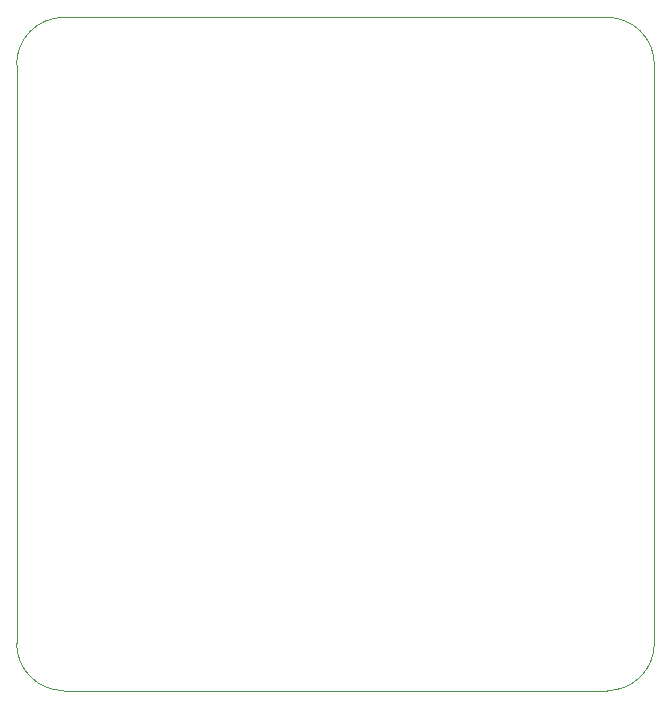
<source format=gm1>
%TF.GenerationSoftware,KiCad,Pcbnew,8.0.5*%
%TF.CreationDate,2024-10-23T08:25:34+02:00*%
%TF.ProjectId,Projet_torero,50726f6a-6574-45f7-946f-7265726f2e6b,rev?*%
%TF.SameCoordinates,Original*%
%TF.FileFunction,Profile,NP*%
%FSLAX46Y46*%
G04 Gerber Fmt 4.6, Leading zero omitted, Abs format (unit mm)*
G04 Created by KiCad (PCBNEW 8.0.5) date 2024-10-23 08:25:34*
%MOMM*%
%LPD*%
G01*
G04 APERTURE LIST*
%TA.AperFunction,Profile*%
%ADD10C,0.100000*%
%TD*%
G04 APERTURE END LIST*
D10*
X144000000Y-107000000D02*
X190000000Y-107000000D01*
X190000000Y-50000000D02*
G75*
G02*
X194000000Y-54000000I0J-4000000D01*
G01*
X140000000Y-54000000D02*
G75*
G02*
X144000000Y-50000000I4000000J0D01*
G01*
X144000000Y-107000000D02*
G75*
G02*
X140000000Y-103000000I0J4000000D01*
G01*
X194000000Y-103000000D02*
X194000000Y-54000000D01*
X140000000Y-54000000D02*
X140000000Y-103000000D01*
X190000000Y-50000000D02*
X144000000Y-50000000D01*
X194000000Y-103000000D02*
G75*
G02*
X190000000Y-107000000I-4000000J0D01*
G01*
M02*

</source>
